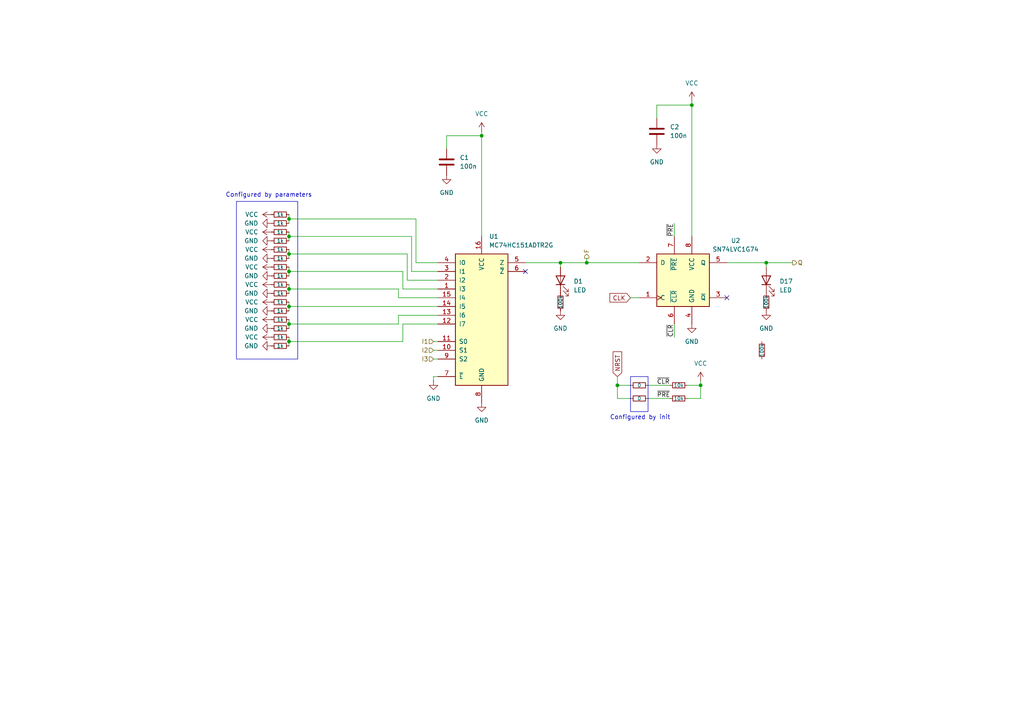
<source format=kicad_sch>
(kicad_sch (version 20250114) (generator "eeschema") (generator_version "9.0")
  (paper "A4")
  (lib_symbols
    (symbol "74xGxx:74AUC1G74" (pin_names (offset 1.016))
      (property "Reference" "U" (at -5.08 10.16 0))
      (property "Value" "74AUC1G74" (at 10.16 -10.16 0))
      (symbol "74AUC1G74_0_1"
        (rectangle (start -7.62 7.62) (end 7.62 -7.62) (stroke (width 0.254)) (fill (type background)))
      )
      (symbol "74AUC1G74_1_1"
        (pin input line (at -12.7 5.08 0) (length 5.08) (name "D") (number "2"))
        (pin input clock (at -12.7 -5.08 0) (length 5.08) (name "C") (number "1"))
        (pin input line (at -2.54 12.7 270) (length 5.08) (name "~{PRE}") (number "7"))
        (pin input line (at -2.54 -12.7 90) (length 5.08) (name "~{CLR}") (number "6"))
        (pin power_in line (at 2.54 12.7 270) (length 5.08) (name "VCC") (number "8"))
        (pin power_in line (at 2.54 -12.7 90) (length 5.08) (name "GND") (number "4"))
        (pin output line (at 12.7 5.08 180) (length 5.08) (name "Q") (number "5"))
        (pin output line (at 12.7 -5.08 180) (length 5.08) (name "~{Q}") (number "3"))
      )
    )
    (symbol "74xx:74LS151" (pin_names (offset 1.016))
      (property "Reference" "U" (at -7.62 19.05 0))
      (property "Value" "74LS151" (at -7.62 -21.59 0))
      (symbol "74LS151_1_0"
        (pin input line (at -12.7 15.24 0) (length 5.08) (name "I0") (number "4"))
        (pin input line (at -12.7 12.7 0) (length 5.08) (name "I1") (number "3"))
        (pin input line (at -12.7 10.16 0) (length 5.08) (name "I2") (number "2"))
        (pin input line (at -12.7 7.62 0) (length 5.08) (name "I3") (number "1"))
        (pin input line (at -12.7 5.08 0) (length 5.08) (name "I4") (number "15"))
        (pin input line (at -12.7 2.54 0) (length 5.08) (name "I5") (number "14"))
        (pin input line (at -12.7 0 0) (length 5.08) (name "I6") (number "13"))
        (pin input line (at -12.7 -2.54 0) (length 5.08) (name "I7") (number "12"))
        (pin input line (at -12.7 -7.62 0) (length 5.08) (name "S0") (number "11"))
        (pin input line (at -12.7 -10.16 0) (length 5.08) (name "S1") (number "10"))
        (pin input line (at -12.7 -12.7 0) (length 5.08) (name "S2") (number "9"))
        (pin input line (at -12.7 -17.78 0) (length 5.08) (name "~{E}") (number "7"))
        (pin power_in line (at 0 22.86 270) (length 5.08) (name "VCC") (number "16"))
        (pin power_in line (at 0 -25.4 90) (length 5.08) (name "GND") (number "8"))
        (pin output line (at 12.7 15.24 180) (length 5.08) (name "Z") (number "5"))
        (pin output line (at 12.7 12.7 180) (length 5.08) (name "~{Z}") (number "6"))
      )
      (symbol "74LS151_1_1"
        (rectangle (start -7.62 17.78) (end 7.62 -20.32) (stroke (width 0.254)) (fill (type background)))
      )
    )
    (symbol "Device:C" (pin_numbers (hide yes)) (pin_names (offset 0.254))
      (property "Reference" "C" (at 0.635 2.54 0))
      (property "Value" "C" (at 0.635 -2.54 0))
      (symbol "C_0_1"
        (polyline (pts (xy -2.032 0.762) (xy 2.032 0.762)) (stroke (width 0.508)))
        (polyline (pts (xy -2.032 -0.762) (xy 2.032 -0.762)) (stroke (width 0.508)))
      )
      (symbol "C_1_1"
        (pin passive line (at 0 3.81 270) (length 2.794) (name "~") (number "1"))
        (pin passive line (at 0 -3.81 90) (length 2.794) (name "~") (number "2"))
      )
    )
    (symbol "Device:R_Small" (pin_numbers (hide yes)) (pin_names (offset 0.254) (hide yes))
      (property "Reference" "R" (at 0 0 90))
      (property "Value" "R_Small" (at 1.778 0 90))
      (symbol "R_Small_0_1"
        (rectangle (start -0.762 1.778) (end 0.762 -1.778) (stroke (width 0.2032)))
      )
      (symbol "R_Small_1_1"
        (pin passive line (at 0 2.54 270) (length 0.762) (name "~") (number "1"))
        (pin passive line (at 0 -2.54 90) (length 0.762) (name "~") (number "2"))
      )
    )
    (symbol "power:GND" (power) (pin_numbers (hide yes)) (pin_names (offset 0) (hide yes))
      (property "Value" "GND" (at 0 -3.81 0))
      (symbol "GND_0_1"
        (polyline (pts (xy 0 0) (xy 0 -1.27) (xy 1.27 -1.27) (xy 0 -2.54) (xy -1.27 -1.27) (xy 0 -1.27)))
      )
      (symbol "GND_1_1"
        (pin power_in line (at 0 0 270) (length 0) (name "~") (number "1"))
      )
    )
    (symbol "power:VCC" (power) (pin_numbers (hide yes)) (pin_names (offset 0) (hide yes))
      (property "Value" "VCC" (at 0 3.556 0))
      (symbol "VCC_0_1"
        (polyline (pts (xy -0.762 1.27) (xy 0 2.54)))
        (polyline (pts (xy 0 2.54) (xy 0.762 1.27)))
        (polyline (pts (xy 0 0) (xy 0 2.54)))
      )
      (symbol "VCC_1_1"
        (pin power_in line (at 0 0 90) (length 0) (name "~") (number "1"))
      )
    )
    (symbol "rflib:LED" (pin_numbers (hide yes)) (pin_names (offset 1.016) (hide yes))
      (property "Reference" "D2" (at 0 2.54 90))
      (property "Value" "LED" (at -2.54 5.08 0))
      (symbol "LED_0_1"
        (polyline (pts (xy -3.048 -0.762) (xy -4.572 -2.286) (xy -3.81 -2.286) (xy -4.572 -2.286) (xy -4.572 -1.524)))
        (polyline (pts (xy -1.778 -0.762) (xy -3.302 -2.286) (xy -2.54 -2.286) (xy -3.302 -2.286) (xy -3.302 -1.524)))
        (polyline (pts (xy -1.27 0) (xy 1.27 0)))
        (polyline (pts (xy -1.27 -1.27) (xy -1.27 1.27)) (stroke (width 0.254)))
        (polyline (pts (xy 1.27 -1.27) (xy 1.27 1.27) (xy -1.27 0) (xy 1.27 -1.27)) (stroke (width 0.254)))
      )
      (symbol "LED_1_1"
        (pin passive line (at -3.81 0 0) (length 2.54) (name "K") (number "1"))
        (pin passive line (at 3.81 0 180) (length 2.54) (name "A") (number "2"))
      )
    )
  )
  (rectangle (start 182.88 109.22) (end 187.96 119.38))
  (rectangle (start 68.58 58.42) (end 86.36 104.14))
  (text "Configured by init" (at 185.674 121.158 0) (effects (font (size 1.27 1.27))))
  (text "Configured by parameters" (at 77.978 56.642 0) (effects (font (size 1.27 1.27))))
  (junction (at 83.82 99.06))
  (junction (at 83.82 93.98))
  (junction (at 83.82 88.9))
  (junction (at 83.82 83.82))
  (junction (at 139.7 39.37))
  (junction (at 170.18 76.2))
  (junction (at 200.66 30.48))
  (junction (at 83.82 63.5))
  (junction (at 162.56 76.2))
  (junction (at 222.25 76.2))
  (junction (at 83.82 68.58))
  (junction (at 179.07 111.76))
  (junction (at 83.82 78.74))
  (junction (at 203.2 111.76))
  (junction (at 83.82 73.66))
  (no_connect (at 152.4 78.74))
  (no_connect (at 210.82 86.36))
  (wire (pts (xy 83.82 99.06) (xy 83.82 100.33)))
  (wire (pts (xy 190.5 30.48) (xy 190.5 34.29)))
  (wire (pts (xy 125.73 101.6) (xy 127 101.6)))
  (wire (pts (xy 195.58 93.98) (xy 195.58 97.79)))
  (wire (pts (xy 125.73 99.06) (xy 127 99.06)))
  (wire (pts (xy 116.84 83.82) (xy 116.84 78.74)))
  (wire (pts (xy 83.82 72.39) (xy 83.82 73.66)))
  (wire (pts (xy 83.82 67.31) (xy 83.82 68.58)))
  (wire (pts (xy 118.11 73.66) (xy 83.82 73.66)))
  (wire (pts (xy 222.25 76.2) (xy 229.87 76.2)))
  (wire (pts (xy 170.18 74.93) (xy 170.18 76.2)))
  (wire (pts (xy 83.82 62.23) (xy 83.82 63.5)))
  (wire (pts (xy 203.2 110.49) (xy 203.2 111.76)))
  (wire (pts (xy 120.65 76.2) (xy 120.65 63.5)))
  (wire (pts (xy 116.84 78.74) (xy 83.82 78.74)))
  (wire (pts (xy 83.82 78.74) (xy 83.82 80.01)))
  (wire (pts (xy 83.82 82.55) (xy 83.82 83.82)))
  (wire (pts (xy 139.7 39.37) (xy 139.7 68.58)))
  (wire (pts (xy 83.82 87.63) (xy 83.82 88.9)))
  (wire (pts (xy 200.66 30.48) (xy 190.5 30.48)))
  (wire (pts (xy 115.57 86.36) (xy 115.57 83.82)))
  (wire (pts (xy 179.07 109.22) (xy 179.07 111.76)))
  (wire (pts (xy 203.2 111.76) (xy 203.2 115.57)))
  (wire (pts (xy 187.96 111.76) (xy 194.31 111.76)))
  (wire (pts (xy 125.73 109.22) (xy 127 109.22)))
  (wire (pts (xy 179.07 111.76) (xy 182.88 111.76)))
  (wire (pts (xy 179.07 115.57) (xy 179.07 111.76)))
  (wire (pts (xy 120.65 63.5) (xy 83.82 63.5)))
  (wire (pts (xy 116.84 93.98) (xy 127 93.98)))
  (wire (pts (xy 195.58 68.58) (xy 195.58 64.77)))
  (wire (pts (xy 83.82 93.98) (xy 83.82 95.25)))
  (wire (pts (xy 127 83.82) (xy 116.84 83.82)))
  (wire (pts (xy 83.82 73.66) (xy 83.82 74.93)))
  (wire (pts (xy 139.7 38.1) (xy 139.7 39.37)))
  (wire (pts (xy 83.82 88.9) (xy 83.82 90.17)))
  (wire (pts (xy 200.66 29.21) (xy 200.66 30.48)))
  (wire (pts (xy 152.4 76.2) (xy 162.56 76.2)))
  (wire (pts (xy 127 76.2) (xy 120.65 76.2)))
  (wire (pts (xy 200.66 30.48) (xy 200.66 68.58)))
  (wire (pts (xy 116.84 99.06) (xy 116.84 93.98)))
  (wire (pts (xy 187.96 115.57) (xy 194.31 115.57)))
  (wire (pts (xy 83.82 68.58) (xy 83.82 69.85)))
  (wire (pts (xy 170.18 76.2) (xy 185.42 76.2)))
  (wire (pts (xy 182.88 86.36) (xy 185.42 86.36)))
  (wire (pts (xy 203.2 115.57) (xy 199.39 115.57)))
  (wire (pts (xy 222.25 76.2) (xy 222.25 77.47)))
  (wire (pts (xy 127 81.28) (xy 118.11 81.28)))
  (wire (pts (xy 83.82 99.06) (xy 116.84 99.06)))
  (wire (pts (xy 139.7 39.37) (xy 129.54 39.37)))
  (wire (pts (xy 127 86.36) (xy 115.57 86.36)))
  (wire (pts (xy 125.73 104.14) (xy 127 104.14)))
  (wire (pts (xy 83.82 92.71) (xy 83.82 93.98)))
  (wire (pts (xy 83.82 93.98) (xy 115.57 93.98)))
  (wire (pts (xy 83.82 63.5) (xy 83.82 64.77)))
  (wire (pts (xy 115.57 91.44) (xy 115.57 93.98)))
  (wire (pts (xy 119.38 68.58) (xy 83.82 68.58)))
  (wire (pts (xy 83.82 83.82) (xy 83.82 85.09)))
  (wire (pts (xy 83.82 88.9) (xy 127 88.9)))
  (wire (pts (xy 162.56 76.2) (xy 162.56 77.47)))
  (wire (pts (xy 83.82 77.47) (xy 83.82 78.74)))
  (wire (pts (xy 127 78.74) (xy 119.38 78.74)))
  (wire (pts (xy 129.54 39.37) (xy 129.54 43.18)))
  (wire (pts (xy 127 91.44) (xy 115.57 91.44)))
  (wire (pts (xy 115.57 83.82) (xy 83.82 83.82)))
  (wire (pts (xy 162.56 76.2) (xy 170.18 76.2)))
  (wire (pts (xy 118.11 81.28) (xy 118.11 73.66)))
  (wire (pts (xy 210.82 76.2) (xy 222.25 76.2)))
  (wire (pts (xy 125.73 110.49) (xy 125.73 109.22)))
  (wire (pts (xy 83.82 97.79) (xy 83.82 99.06)))
  (wire (pts (xy 119.38 78.74) (xy 119.38 68.58)))
  (wire (pts (xy 182.88 115.57) (xy 179.07 115.57)))
  (wire (pts (xy 199.39 111.76) (xy 203.2 111.76)))
  (label "~{PRE}" (at 195.58 64.77 270))
  (label "~{PRE}" (at 190.5 115.57 0))
  (label "~{CLR}" (at 195.58 97.79 90))
  (label "~{CLR}" (at 190.5 111.76 0))
  (global_label "NRST" (shape input) (at 179.07 109.22 90) (property "Intersheetrefs" "${INTERSHEET_REFS}" (effects (hide yes))))
  (global_label "CLK" (shape input) (at 182.88 86.36 180) (property "Intersheetrefs" "${INTERSHEET_REFS}" (effects (hide yes))))
  (hierarchical_label "I1" (shape input) (at 125.73 99.06 180))
  (hierarchical_label "F" (shape output) (at 170.18 74.93 90))
  (hierarchical_label "I2" (shape input) (at 125.73 101.6 180))
  (hierarchical_label "Q" (shape output) (at 229.87 76.2 0))
  (hierarchical_label "I3" (shape input) (at 125.73 104.14 180))
  (symbol (lib_id "Device:R_Small") (at 81.28 62.23 90) (unit 1)
    (property "Reference" "R3" (effects (hide yes)))
    (property "Value" "1k" (at 81.28 62.23 90) (effects (font (size 1.016 1.016))))
    (property "Footprint" "Resistor_SMD:R_0402_1005Metric" (effects (hide yes)))
    (property "Description" "Resistor, small symbol" (effects (hide yes)))
  )
  (symbol (lib_id "power:VCC") (at 78.74 97.79 90) (unit 1)
    (property "Reference" "#PWR019" (effects (hide yes)))
    (property "Value" "VCC" (at 74.93 97.7899 90) (effects (justify left)))
    (property "Description" "Power symbol creates a global label with name \"VCC\"" (effects (hide yes)))
  )
  (symbol (lib_id "Device:R_Small") (at 81.28 85.09 90) (unit 1)
    (property "Reference" "R10" (effects (hide yes)))
    (property "Value" "1k" (at 81.28 85.09 90) (effects (font (size 1.016 1.016))))
    (property "Footprint" "Resistor_SMD:R_0402_1005Metric" (effects (hide yes)))
    (property "Description" "Resistor, small symbol" (effects (hide yes)))
  )
  (symbol (lib_id "Device:R_Small") (at 81.28 87.63 90) (unit 1)
    (property "Reference" "R11" (effects (hide yes)))
    (property "Value" "1k" (at 81.28 87.63 90) (effects (font (size 1.016 1.016))))
    (property "Footprint" "Resistor_SMD:R_0402_1005Metric" (effects (hide yes)))
    (property "Description" "Resistor, small symbol" (effects (hide yes)))
  )
  (symbol (lib_id "74xGxx:74AUC1G74") (at 198.12 81.28 0) (unit 1)
    (property "Reference" "U2" (at 213.36 69.7798 0))
    (property "Value" "SN74LVC1G74" (at 213.36 72.3198 0))
    (property "Footprint" "Package_SO:VSSOP-8_2.3x2mm_P0.5mm" (effects (hide yes)))
    (property "Datasheet" "http://www.ti.com/lit/sg/scyt129e/scyt129e.pdf" (effects (hide yes)))
    (property "Description" "Single D Flip-Flop, Low-Voltage CMOS" (effects (hide yes)))
    (property "LCSC" "C70285" (effects (hide yes)))
  )
  (symbol (lib_id "Device:R_Small") (at 196.85 115.57 90) (unit 1)
    (property "Reference" "R34" (effects (hide yes)))
    (property "Value" "10k" (at 196.85 115.57 90) (effects (font (size 1.016 1.016))))
    (property "Footprint" "Resistor_SMD:R_0402_1005Metric" (effects (hide yes)))
    (property "Description" "Resistor, small symbol" (effects (hide yes)))
  )
  (symbol (lib_id "power:GND") (at 139.7 116.84 0) (unit 1)
    (property "Reference" "#PWR01" (effects (hide yes)))
    (property "Value" "GND" (at 139.7 121.92 0))
    (property "Description" "Power symbol creates a global label with name \"GND\" , ground" (effects (hide yes)))
  )
  (symbol (lib_id "power:GND") (at 200.66 93.98 0) (unit 1)
    (property "Reference" "#PWR023" (effects (hide yes)))
    (property "Value" "GND" (at 200.66 99.06 0))
    (property "Description" "Power symbol creates a global label with name \"GND\" , ground" (effects (hide yes)))
  )
  (symbol (lib_id "power:VCC") (at 139.7 38.1 0) (unit 1)
    (property "Reference" "#PWR02" (effects (hide yes)))
    (property "Value" "VCC" (at 139.7 33.02 0))
    (property "Description" "Power symbol creates a global label with name \"VCC\"" (effects (hide yes)))
  )
  (symbol (lib_id "power:GND") (at 190.5 41.91 0) (unit 1)
    (property "Reference" "#PWR021" (effects (hide yes)))
    (property "Value" "GND" (at 190.5 46.99 0))
    (property "Description" "Power symbol creates a global label with name \"GND\" , ground" (effects (hide yes)))
  )
  (symbol (lib_id "power:VCC") (at 78.74 77.47 90) (unit 1)
    (property "Reference" "#PWR011" (effects (hide yes)))
    (property "Value" "VCC" (at 74.93 77.4699 90) (effects (justify left)))
    (property "Description" "Power symbol creates a global label with name \"VCC\"" (effects (hide yes)))
  )
  (symbol (lib_id "power:VCC") (at 200.66 29.21 0) (unit 1)
    (property "Reference" "#PWR022" (effects (hide yes)))
    (property "Value" "VCC" (at 200.66 24.13 0))
    (property "Description" "Power symbol creates a global label with name \"VCC\"" (effects (hide yes)))
  )
  (symbol (lib_id "Device:R_Small") (at 81.28 72.39 90) (unit 1)
    (property "Reference" "R5" (effects (hide yes)))
    (property "Value" "1k" (at 81.28 72.39 90) (effects (font (size 1.016 1.016))))
    (property "Footprint" "Resistor_SMD:R_0402_1005Metric" (effects (hide yes)))
    (property "Description" "Resistor, small symbol" (effects (hide yes)))
  )
  (symbol (lib_id "Device:R_Small") (at 185.42 115.57 90) (unit 1)
    (property "Reference" "R36" (effects (hide yes)))
    (property "Value" "0" (at 185.42 115.57 90) (effects (font (size 1.016 1.016))))
    (property "Footprint" "Resistor_SMD:R_0402_1005Metric" (effects (hide yes)))
    (property "Description" "Resistor, small symbol" (effects (hide yes)))
  )
  (symbol (lib_id "Device:R_Small") (at 81.28 69.85 90) (unit 1)
    (property "Reference" "R4" (effects (hide yes)))
    (property "Value" "1k" (at 81.28 69.85 90) (effects (font (size 1.016 1.016))))
    (property "Footprint" "Resistor_SMD:R_0402_1005Metric" (effects (hide yes)))
    (property "Description" "Resistor, small symbol" (effects (hide yes)))
  )
  (symbol (lib_id "power:GND") (at 78.74 69.85 270) (unit 1)
    (property "Reference" "#PWR08" (effects (hide yes)))
    (property "Value" "GND" (at 74.93 69.8499 90) (effects (justify right)))
    (property "Description" "Power symbol creates a global label with name \"GND\" , ground" (effects (hide yes)))
  )
  (symbol (lib_id "power:GND") (at 222.25 90.17 0) (unit 1)
    (property "Reference" "#PWR059" (effects (hide yes)))
    (property "Value" "GND" (at 222.25 95.25 0))
    (property "Description" "Power symbol creates a global label with name \"GND\" , ground" (effects (hide yes)))
  )
  (symbol (lib_id "power:VCC") (at 78.74 82.55 90) (unit 1)
    (property "Reference" "#PWR013" (effects (hide yes)))
    (property "Value" "VCC" (at 74.93 82.5499 90) (effects (justify left)))
    (property "Description" "Power symbol creates a global label with name \"VCC\"" (effects (hide yes)))
  )
  (symbol (lib_id "Device:R_Small") (at 185.42 111.76 90) (unit 1)
    (property "Reference" "R35" (effects (hide yes)))
    (property "Value" "0" (at 185.42 111.76 90) (effects (font (size 1.016 1.016))))
    (property "Footprint" "Resistor_SMD:R_0402_1005Metric" (effects (hide yes)))
    (property "Description" "Resistor, small symbol" (effects (hide yes)))
  )
  (symbol (lib_id "Device:R_Small") (at 81.28 97.79 90) (unit 1)
    (property "Reference" "R15" (effects (hide yes)))
    (property "Value" "1k" (at 81.28 97.79 90) (effects (font (size 1.016 1.016))))
    (property "Footprint" "Resistor_SMD:R_0402_1005Metric" (effects (hide yes)))
    (property "Description" "Resistor, small symbol" (effects (hide yes)))
  )
  (symbol (lib_id "Device:R_Small") (at 162.56 87.63 180) (unit 1)
    (property "Reference" "R37" (effects (hide yes)))
    (property "Value" "100k" (at 162.56 87.63 90) (effects (font (size 1.016 1.016))))
    (property "Footprint" "Resistor_SMD:R_0402_1005Metric" (effects (hide yes)))
    (property "Description" "Resistor, small symbol" (effects (hide yes)))
  )
  (symbol (lib_id "power:VCC") (at 203.2 110.49 0) (unit 1)
    (property "Reference" "#PWR057" (effects (hide yes)))
    (property "Value" "VCC" (at 203.2 105.41 0))
    (property "Description" "Power symbol creates a global label with name \"VCC\"" (effects (hide yes)))
  )
  (symbol (lib_id "Device:R_Small") (at 81.28 82.55 90) (unit 1)
    (property "Reference" "R9" (effects (hide yes)))
    (property "Value" "1k" (at 81.28 82.55 90) (effects (font (size 1.016 1.016))))
    (property "Footprint" "Resistor_SMD:R_0402_1005Metric" (effects (hide yes)))
    (property "Description" "Resistor, small symbol" (effects (hide yes)))
  )
  (symbol (lib_id "power:VCC") (at 78.74 72.39 90) (unit 1)
    (property "Reference" "#PWR09" (effects (hide yes)))
    (property "Value" "VCC" (at 74.93 72.3899 90) (effects (justify left)))
    (property "Description" "Power symbol creates a global label with name \"VCC\"" (effects (hide yes)))
  )
  (symbol (lib_id "power:GND") (at 78.74 95.25 270) (unit 1)
    (property "Reference" "#PWR018" (effects (hide yes)))
    (property "Value" "GND" (at 74.93 95.2499 90) (effects (justify right)))
    (property "Description" "Power symbol creates a global label with name \"GND\" , ground" (effects (hide yes)))
  )
  (symbol (lib_id "Device:R_Small") (at 196.85 111.76 90) (unit 1)
    (property "Reference" "R17" (effects (hide yes)))
    (property "Value" "10k" (at 196.85 111.76 90) (effects (font (size 1.016 1.016))))
    (property "Footprint" "Resistor_SMD:R_0402_1005Metric" (effects (hide yes)))
    (property "Description" "Resistor, small symbol" (effects (hide yes)))
  )
  (symbol (lib_id "power:GND") (at 78.74 80.01 270) (unit 1)
    (property "Reference" "#PWR012" (effects (hide yes)))
    (property "Value" "GND" (at 74.93 80.0099 90) (effects (justify right)))
    (property "Description" "Power symbol creates a global label with name \"GND\" , ground" (effects (hide yes)))
  )
  (symbol (lib_id "Device:R_Small") (at 81.28 77.47 90) (unit 1)
    (property "Reference" "R7" (effects (hide yes)))
    (property "Value" "1k" (at 81.28 77.47 90) (effects (font (size 1.016 1.016))))
    (property "Footprint" "Resistor_SMD:R_0402_1005Metric" (effects (hide yes)))
    (property "Description" "Resistor, small symbol" (effects (hide yes)))
  )
  (symbol (lib_id "Device:R_Small") (at 81.28 80.01 90) (unit 1)
    (property "Reference" "R8" (effects (hide yes)))
    (property "Value" "1k" (at 81.28 80.01 90) (effects (font (size 1.016 1.016))))
    (property "Footprint" "Resistor_SMD:R_0402_1005Metric" (effects (hide yes)))
    (property "Description" "Resistor, small symbol" (effects (hide yes)))
  )
  (symbol (lib_id "power:VCC") (at 78.74 62.23 90) (unit 1)
    (property "Reference" "#PWR05" (effects (hide yes)))
    (property "Value" "VCC" (at 74.93 62.2299 90) (effects (justify left)))
    (property "Description" "Power symbol creates a global label with name \"VCC\"" (effects (hide yes)))
  )
  (symbol (lib_id "Device:C") (at 129.54 46.99 0) (unit 1)
    (property "Reference" "C1" (at 133.35 45.7199 0) (effects (justify left)))
    (property "Value" "100n" (at 133.35 48.2599 0) (effects (justify left)))
    (property "Footprint" "Capacitor_SMD:C_0402_1005Metric" (effects (hide yes)))
    (property "Description" "Unpolarized capacitor" (effects (hide yes)))
  )
  (symbol (lib_id "Device:R_Small") (at 81.28 67.31 90) (unit 1)
    (property "Reference" "R2" (effects (hide yes)))
    (property "Value" "1k" (at 81.28 67.31 90) (effects (font (size 1.016 1.016))))
    (property "Footprint" "Resistor_SMD:R_0402_1005Metric" (effects (hide yes)))
    (property "Description" "Resistor, small symbol" (effects (hide yes)))
  )
  (symbol (lib_id "power:GND") (at 125.73 110.49 0) (unit 1)
    (property "Reference" "#PWR04" (effects (hide yes)))
    (property "Value" "GND" (at 125.73 115.57 0))
    (property "Description" "Power symbol creates a global label with name \"GND\" , ground" (effects (hide yes)))
  )
  (symbol (lib_id "Device:R_Small") (at 81.28 64.77 90) (unit 1)
    (property "Reference" "R1" (effects (hide yes)))
    (property "Value" "1k" (at 81.28 64.77 90) (effects (font (size 1.016 1.016))))
    (property "Footprint" "Resistor_SMD:R_0402_1005Metric" (effects (hide yes)))
    (property "Description" "Resistor, small symbol" (effects (hide yes)))
  )
  (symbol (lib_id "power:GND") (at 78.74 85.09 270) (unit 1)
    (property "Reference" "#PWR014" (effects (hide yes)))
    (property "Value" "GND" (at 74.93 85.0899 90) (effects (justify right)))
    (property "Description" "Power symbol creates a global label with name \"GND\" , ground" (effects (hide yes)))
  )
  (symbol (lib_id "power:GND") (at 78.74 100.33 270) (unit 1)
    (property "Reference" "#PWR020" (effects (hide yes)))
    (property "Value" "GND" (at 74.93 100.3299 90) (effects (justify right)))
    (property "Description" "Power symbol creates a global label with name \"GND\" , ground" (effects (hide yes)))
  )
  (symbol (lib_id "power:GND") (at 78.74 64.77 270) (unit 1)
    (property "Reference" "#PWR06" (effects (hide yes)))
    (property "Value" "GND" (at 74.93 64.7699 90) (effects (justify right)))
    (property "Description" "Power symbol creates a global label with name \"GND\" , ground" (effects (hide yes)))
  )
  (symbol (lib_id "power:GND") (at 78.74 74.93 270) (unit 1)
    (property "Reference" "#PWR010" (effects (hide yes)))
    (property "Value" "GND" (at 74.93 74.9299 90) (effects (justify right)))
    (property "Description" "Power symbol creates a global label with name \"GND\" , ground" (effects (hide yes)))
  )
  (symbol (lib_id "Device:C") (at 190.5 38.1 0) (unit 1)
    (property "Reference" "C2" (at 194.31 36.8299 0) (effects (justify left)))
    (property "Value" "100n" (at 194.31 39.3699 0) (effects (justify left)))
    (property "Footprint" "Capacitor_SMD:C_0402_1005Metric" (effects (hide yes)))
    (property "Description" "Unpolarized capacitor" (effects (hide yes)))
  )
  (symbol (lib_id "power:GND") (at 129.54 50.8 0) (unit 1)
    (property "Reference" "#PWR03" (effects (hide yes)))
    (property "Value" "GND" (at 129.54 55.88 0))
    (property "Description" "Power symbol creates a global label with name \"GND\" , ground" (effects (hide yes)))
  )
  (symbol (lib_id "Device:R_Small") (at 222.25 87.63 180) (unit 1)
    (property "Reference" "R38" (effects (hide yes)))
    (property "Value" "100k" (at 222.25 87.63 90) (effects (font (size 1.016 1.016))))
    (property "Footprint" "Resistor_SMD:R_0402_1005Metric" (effects (hide yes)))
    (property "Description" "Resistor, small symbol" (effects (hide yes)))
  )
  (symbol (lib_id "power:VCC") (at 78.74 87.63 90) (unit 1)
    (property "Reference" "#PWR015" (effects (hide yes)))
    (property "Value" "VCC" (at 74.93 87.6299 90) (effects (justify left)))
    (property "Description" "Power symbol creates a global label with name \"VCC\"" (effects (hide yes)))
  )
  (symbol (lib_id "Device:R_Small") (at 81.28 92.71 90) (unit 1)
    (property "Reference" "R13" (effects (hide yes)))
    (property "Value" "1k" (at 81.28 92.71 90) (effects (font (size 1.016 1.016))))
    (property "Footprint" "Resistor_SMD:R_0402_1005Metric" (effects (hide yes)))
    (property "Description" "Resistor, small symbol" (effects (hide yes)))
  )
  (symbol (lib_id "Device:R_Small") (at 81.28 74.93 90) (unit 1)
    (property "Reference" "R6" (effects (hide yes)))
    (property "Value" "1k" (at 81.28 74.93 90) (effects (font (size 1.016 1.016))))
    (property "Footprint" "Resistor_SMD:R_0402_1005Metric" (effects (hide yes)))
    (property "Description" "Resistor, small symbol" (effects (hide yes)))
  )
  (symbol (lib_id "power:VCC") (at 78.74 67.31 90) (unit 1)
    (property "Reference" "#PWR07" (effects (hide yes)))
    (property "Value" "VCC" (at 74.93 67.3099 90) (effects (justify left)))
    (property "Description" "Power symbol creates a global label with name \"VCC\"" (effects (hide yes)))
  )
  (symbol (lib_id "Device:R_Small") (at 81.28 100.33 90) (unit 1)
    (property "Reference" "R16" (effects (hide yes)))
    (property "Value" "1k" (at 81.28 100.33 90) (effects (font (size 1.016 1.016))))
    (property "Footprint" "Resistor_SMD:R_0402_1005Metric" (effects (hide yes)))
    (property "Description" "Resistor, small symbol" (effects (hide yes)))
  )
  (symbol (lib_id "Device:R_Small") (at 81.28 90.17 90) (unit 1)
    (property "Reference" "R12" (effects (hide yes)))
    (property "Value" "1k" (at 81.28 90.17 90) (effects (font (size 1.016 1.016))))
    (property "Footprint" "Resistor_SMD:R_0402_1005Metric" (effects (hide yes)))
    (property "Description" "Resistor, small symbol" (effects (hide yes)))
  )
  (symbol (lib_id "Device:R_Small") (at 220.98 101.6 180) (unit 1)
    (property "Reference" "R40" (effects (hide yes)))
    (property "Value" "100k" (at 220.98 101.6 90) (effects (font (size 1.016 1.016))))
    (property "Footprint" "Resistor_SMD:R_0402_1005Metric" (effects (hide yes)))
    (property "Description" "Resistor, small symbol" (effects (hide yes)))
  )
  (symbol (lib_id "Device:R_Small") (at 81.28 95.25 90) (unit 1)
    (property "Reference" "R14" (effects (hide yes)))
    (property "Value" "1k" (at 81.28 95.25 90) (effects (font (size 1.016 1.016))))
    (property "Footprint" "Resistor_SMD:R_0402_1005Metric" (effects (hide yes)))
    (property "Description" "Resistor, small symbol" (effects (hide yes)))
  )
  (symbol (lib_id "74xx:74LS151") (at 139.7 91.44 0) (unit 1)
    (property "Reference" "U1" (at 141.8433 68.58 0) (effects (justify left)))
    (property "Value" "MC74HC151ADTR2G" (at 141.8433 71.12 0) (effects (justify left)))
    (property "Footprint" "Package_SO:TSSOP-16_4.4x5mm_P0.65mm" (effects (hide yes)))
    (property "Datasheet" "http://www.ti.com/lit/gpn/sn74LS151" (effects (hide yes)))
    (property "Description" "Multiplexer 8 to 1" (effects (hide yes)))
  )
  (symbol (lib_id "power:GND") (at 78.74 90.17 270) (unit 1)
    (property "Reference" "#PWR016" (effects (hide yes)))
    (property "Value" "GND" (at 74.93 90.1699 90) (effects (justify right)))
    (property "Description" "Power symbol creates a global label with name \"GND\" , ground" (effects (hide yes)))
  )
  (symbol (lib_id "rflib:LED") (at 162.56 81.28 90) (unit 1)
    (property "Reference" "D1" (at 166.37 81.5974 90) (effects (justify right)))
    (property "Value" "LED" (at 166.37 84.1374 90) (effects (justify right)))
    (property "Footprint" "LED_SMD:LED_0402_1005Metric" (effects (hide yes)))
    (property "Description" "Light emitting diode" (effects (hide yes)))
    (property "LCSC" "C965793" (effects (hide yes)))
  )
  (symbol (lib_id "power:GND") (at 162.56 90.17 0) (unit 1)
    (property "Reference" "#PWR058" (effects (hide yes)))
    (property "Value" "GND" (at 162.56 95.25 0))
    (property "Description" "Power symbol creates a global label with name \"GND\" , ground" (effects (hide yes)))
  )
  (symbol (lib_id "power:VCC") (at 78.74 92.71 90) (unit 1)
    (property "Reference" "#PWR017" (effects (hide yes)))
    (property "Value" "VCC" (at 74.93 92.7099 90) (effects (justify left)))
    (property "Description" "Power symbol creates a global label with name \"VCC\"" (effects (hide yes)))
  )
  (symbol (lib_id "rflib:LED") (at 222.25 81.28 90) (unit 1)
    (property "Reference" "D17" (at 226.06 81.5974 90) (effects (justify right)))
    (property "Value" "LED" (at 226.06 84.1374 90) (effects (justify right)))
    (property "Footprint" "LED_SMD:LED_0402_1005Metric" (effects (hide yes)))
    (property "Description" "Light emitting diode" (effects (hide yes)))
    (property "LCSC" "C965793" (effects (hide yes)))
  )
)
</source>
